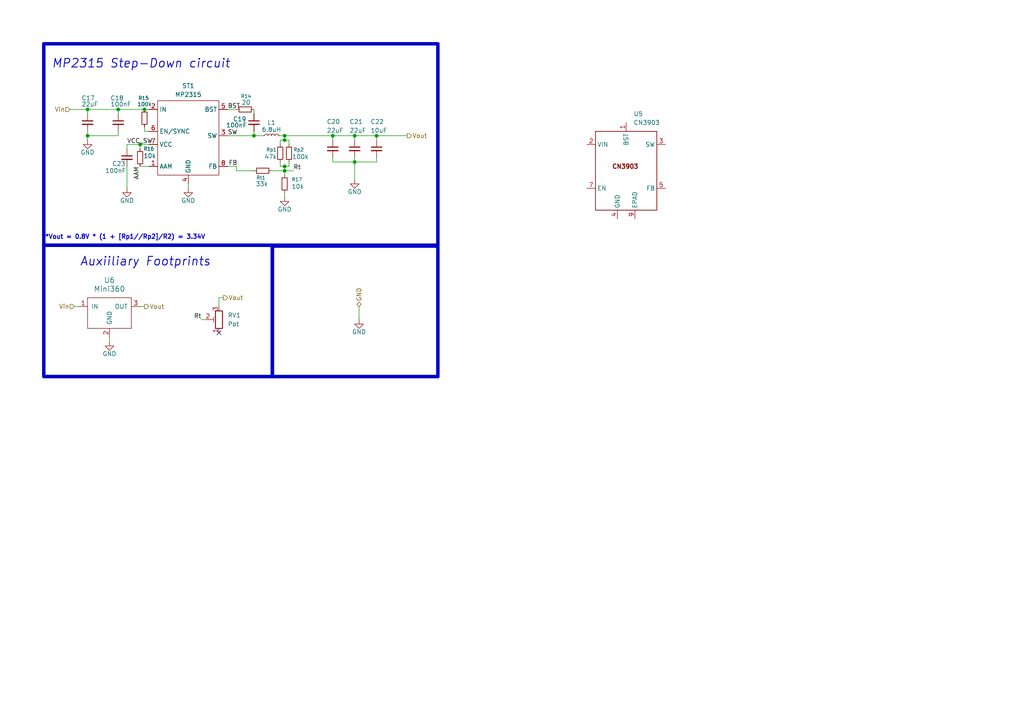
<source format=kicad_sch>
(kicad_sch (version 20250114) (generator "eeschema") (generator_version "9.0")
  (paper "A4")
  (lib_symbols
    (symbol "Device:C_Small" (pin_numbers (hide yes)) (pin_names (offset 0.254) (hide yes))
      (property "Reference" "C" (at 0.254 1.778 0))
      (property "Value" "C_Small" (at 0.254 -2.032 0))
      (symbol "C_Small_0_1"
        (polyline (pts (xy -1.524 0.508) (xy 1.524 0.508)) (stroke (width 0.3048)))
        (polyline (pts (xy -1.524 -0.508) (xy 1.524 -0.508)) (stroke (width 0.3302)))
      )
      (symbol "C_Small_1_1"
        (pin passive line (at 0 2.54 270) (length 2.032) (name "~") (number "1"))
        (pin passive line (at 0 -2.54 90) (length 2.032) (name "~") (number "2"))
      )
    )
    (symbol "Device:L_Small" (pin_numbers (hide yes)) (pin_names (offset 0.254) (hide yes))
      (property "Reference" "L" (at 0.762 1.016 0))
      (property "Value" "L_Small" (at 0.762 -1.016 0))
      (symbol "L_Small_0_1"
        (arc (start 0 2.032) (mid 0.5058 1.524) (end 0 1.016))
        (arc (start 0 1.016) (mid 0.5058 0.508) (end 0 0))
        (arc (start 0 0) (mid 0.5058 -0.508) (end 0 -1.016))
        (arc (start 0 -1.016) (mid 0.5058 -1.524) (end 0 -2.032))
      )
      (symbol "L_Small_1_1"
        (pin passive line (at 0 2.54 270) (length 0.508) (name "~") (number "1"))
        (pin passive line (at 0 -2.54 90) (length 0.508) (name "~") (number "2"))
      )
    )
    (symbol "Device:R_Potentiometer_Trim" (pin_names (offset 1.016) (hide yes))
      (property "Reference" "RV" (at -4.445 0 90))
      (property "Value" "R_Potentiometer_Trim" (at -2.54 0 90))
      (symbol "R_Potentiometer_Trim_0_1"
        (rectangle (start 1.016 2.54) (end -1.016 -2.54) (stroke (width 0.254)))
        (polyline (pts (xy 1.524 0.762) (xy 1.524 -0.762)))
        (polyline (pts (xy 2.54 0) (xy 1.524 0)))
      )
      (symbol "R_Potentiometer_Trim_1_1"
        (pin passive line (at 0 3.81 270) (length 1.27) (name "1") (number "1"))
        (pin passive line (at 0 -3.81 90) (length 1.27) (name "3") (number "3"))
        (pin passive line (at 3.81 0 180) (length 1.27) (name "2") (number "2"))
      )
    )
    (symbol "Device:R_Small" (pin_numbers (hide yes)) (pin_names (offset 0.254) (hide yes))
      (property "Reference" "R" (at 0 0 90))
      (property "Value" "R_Small" (at 1.778 0 90))
      (symbol "R_Small_0_1"
        (rectangle (start -0.762 1.778) (end 0.762 -1.778) (stroke (width 0.2032)))
      )
      (symbol "R_Small_1_1"
        (pin passive line (at 0 2.54 270) (length 0.762) (name "~") (number "1"))
        (pin passive line (at 0 -2.54 90) (length 0.762) (name "~") (number "2"))
      )
    )
    (symbol "MixLib:CN3903"
      (property "Reference" "U" (at 0 -1.524 0))
      (property "Value" "CN3903" (at 0 0 0))
      (symbol "CN3903_1_1"
        (rectangle (start -8.89 11.43) (end 8.89 -11.43) (stroke (width 0.2)))
        (text "CN3903\n" (at -0.254 1.27 0) (effects (font (size 1.27 1.27) (bold yes))))
        (pin power_in line (at -11.43 7.62 0) (length 2.54) (name "VIN") (number "2"))
        (pin no_connect line (at -11.43 1.27 0) (length 2.54) (hide yes) (name "NC") (number "6"))
        (pin output line (at -11.43 -5.08 0) (length 2.54) (name "EN") (number "7"))
        (pin power_in line (at -2.54 -13.97 90) (length 2.54) (name "GND") (number "4"))
        (pin input line (at 0 13.97 270) (length 2.54) (name "BST") (number "1"))
        (pin power_in line (at 2.54 -13.97 90) (length 2.54) (name "EPAD") (number "9"))
        (pin power_out line (at 11.43 7.62 180) (length 2.54) (name "SW") (number "3"))
        (pin no_connect line (at 11.43 1.27 180) (length 2.54) (hide yes) (name "NC") (number "8"))
        (pin output line (at 11.43 -5.08 180) (length 2.54) (name "FB") (number "5"))
      )
    )
    (symbol "MixLib:MP2315GJ"
      (property "Reference" "U" (at -3.556 7.62 0))
      (property "Value" "MP2315" (at -0.508 5.588 0))
      (symbol "MP2315GJ_0_1"
        (rectangle (start -8.89 10.16) (end 8.89 -11.43))
      )
      (symbol "MP2315GJ_1_1"
        (pin power_in line (at -11.43 7.62 0) (length 2.54) (name "IN") (number "2"))
        (pin bidirectional line (at -11.43 1.27 0) (length 2.54) (name "EN/SYNC") (number "6"))
        (pin output line (at -11.43 -2.54 0) (length 2.54) (name "VCC") (number "7"))
        (pin input line (at -11.43 -8.89 0) (length 2.54) (name "AAM") (number "1"))
        (pin power_in line (at 0 -13.97 90) (length 2.54) (name "GND") (number "4"))
        (pin input line (at 11.43 7.62 180) (length 2.54) (name "BST") (number "5"))
        (pin bidirectional line (at 11.43 0 180) (length 2.54) (name "SW") (number "3"))
        (pin bidirectional line (at 11.43 -8.89 180) (length 2.54) (name "FB") (number "8"))
      )
    )
    (symbol "MixLib:Mini360" (pin_names (offset 1.016))
      (property "Reference" "U" (at -8.89 -1.016 0))
      (property "Value" "Mini360" (at -4.572 8.128 0))
      (symbol "Mini360_1_1"
        (rectangle (start -10.16 6.35) (end 2.54 -2.54))
        (pin power_in line (at -12.7 3.81 0) (length 2.54) (name "IN") (number "1"))
        (pin power_out line (at -3.81 -5.08 90) (length 2.54) (name "GND") (number "2"))
        (pin power_out line (at 5.08 3.81 180) (length 2.54) (name "OUT") (number "3"))
      )
    )
    (symbol "power:GND" (power) (pin_numbers (hide yes)) (pin_names (offset 0) (hide yes))
      (property "Value" "GND" (at 0 -3.81 0))
      (symbol "GND_0_1"
        (polyline (pts (xy 0 0) (xy 0 -1.27) (xy 1.27 -1.27) (xy 0 -2.54) (xy -1.27 -1.27) (xy 0 -1.27)))
      )
      (symbol "GND_1_1"
        (pin power_in line (at 0 0 270) (length 0) (name "~") (number "1"))
      )
    )
  )
  (rectangle (start 12.7 12.7) (end 127 71.12) (stroke (width 1)))
  (rectangle (start 78.994 71.374) (end 127 109.22) (stroke (width 1)))
  (rectangle (start 12.7 71.12) (end 78.994 109.22) (stroke (width 1)))
  (text "*Vout = 0.8V * (1 + [Rp1//Rp2]/R2) = 3.34V" (at 36.322 68.834 0) (effects (font (size 1.27 1.27) (thickness 0.254) (bold yes))))
  (text "Auxiiliary Footprints\n\n" (at 42.164 77.978 0) (effects (font (size 2.5 2.5) (thickness 0.254) (bold yes) (italic yes))))
  (text "MP2315 Step-Down circuit\n" (at 40.894 18.542 0) (effects (font (size 2.5 2.5) (thickness 0.254) (bold yes) (italic yes))))
  (junction (at 82.55 39.37))
  (junction (at 25.4 39.37))
  (junction (at 34.29 31.75))
  (junction (at 102.87 46.99))
  (junction (at 82.55 48.26))
  (junction (at 41.91 31.75))
  (junction (at 73.66 39.37))
  (junction (at 25.4 31.75))
  (junction (at 96.52 39.37))
  (junction (at 109.22 39.37))
  (junction (at 82.55 49.53))
  (junction (at 40.64 41.91))
  (junction (at 102.87 39.37))
  (junction (at 82.55 40.64))
  (no_connect (at 63.5 96.52))
  (wire (pts (xy 21.59 88.9) (xy 22.86 88.9)))
  (wire (pts (xy 64.77 86.36) (xy 63.5 86.36)))
  (wire (pts (xy 82.55 40.64) (xy 82.55 39.37)))
  (wire (pts (xy 68.58 49.53) (xy 68.58 48.26)))
  (wire (pts (xy 109.22 39.37) (xy 118.11 39.37)))
  (wire (pts (xy 102.87 46.99) (xy 102.87 52.07)))
  (wire (pts (xy 109.22 46.99) (xy 109.22 45.72)))
  (wire (pts (xy 34.29 38.1) (xy 34.29 39.37)))
  (wire (pts (xy 82.55 40.64) (xy 83.82 40.64)))
  (wire (pts (xy 96.52 39.37) (xy 96.52 40.64)))
  (wire (pts (xy 36.83 43.18) (xy 36.83 41.91)))
  (wire (pts (xy 41.91 31.75) (xy 43.18 31.75)))
  (wire (pts (xy 102.87 45.72) (xy 102.87 46.99)))
  (wire (pts (xy 96.52 46.99) (xy 102.87 46.99)))
  (wire (pts (xy 81.28 46.99) (xy 81.28 48.26)))
  (wire (pts (xy 25.4 39.37) (xy 34.29 39.37)))
  (wire (pts (xy 41.91 38.1) (xy 43.18 38.1)))
  (wire (pts (xy 73.66 39.37) (xy 76.2 39.37)))
  (wire (pts (xy 82.55 39.37) (xy 96.52 39.37)))
  (wire (pts (xy 104.14 88.9) (xy 104.14 92.71)))
  (wire (pts (xy 81.28 48.26) (xy 82.55 48.26)))
  (wire (pts (xy 25.4 33.02) (xy 25.4 31.75)))
  (wire (pts (xy 82.55 48.26) (xy 82.55 49.53)))
  (wire (pts (xy 82.55 55.88) (xy 82.55 57.15)))
  (wire (pts (xy 36.83 41.91) (xy 40.64 41.91)))
  (wire (pts (xy 102.87 39.37) (xy 109.22 39.37)))
  (wire (pts (xy 81.28 40.64) (xy 81.28 41.91)))
  (wire (pts (xy 96.52 46.99) (xy 96.52 45.72)))
  (wire (pts (xy 96.52 39.37) (xy 102.87 39.37)))
  (wire (pts (xy 25.4 31.75) (xy 34.29 31.75)))
  (wire (pts (xy 83.82 40.64) (xy 83.82 41.91)))
  (wire (pts (xy 73.66 38.1) (xy 73.66 39.37)))
  (wire (pts (xy 25.4 40.64) (xy 25.4 39.37)))
  (wire (pts (xy 82.55 48.26) (xy 83.82 48.26)))
  (wire (pts (xy 41.91 36.83) (xy 41.91 38.1)))
  (wire (pts (xy 68.58 49.53) (xy 73.66 49.53)))
  (wire (pts (xy 40.64 88.9) (xy 41.91 88.9)))
  (wire (pts (xy 63.5 86.36) (xy 63.5 88.9)))
  (wire (pts (xy 34.29 31.75) (xy 41.91 31.75)))
  (wire (pts (xy 40.64 41.91) (xy 40.64 43.18)))
  (wire (pts (xy 40.64 48.26) (xy 43.18 48.26)))
  (wire (pts (xy 109.22 39.37) (xy 109.22 40.64)))
  (wire (pts (xy 81.28 39.37) (xy 82.55 39.37)))
  (wire (pts (xy 102.87 46.99) (xy 109.22 46.99)))
  (wire (pts (xy 36.83 48.26) (xy 36.83 54.61)))
  (wire (pts (xy 25.4 38.1) (xy 25.4 39.37)))
  (wire (pts (xy 83.82 48.26) (xy 83.82 46.99)))
  (wire (pts (xy 81.28 40.64) (xy 82.55 40.64)))
  (wire (pts (xy 82.55 49.53) (xy 85.09 49.53)))
  (wire (pts (xy 102.87 39.37) (xy 102.87 40.64)))
  (wire (pts (xy 68.58 48.26) (xy 66.04 48.26)))
  (wire (pts (xy 20.32 31.75) (xy 25.4 31.75)))
  (wire (pts (xy 82.55 49.53) (xy 82.55 50.8)))
  (wire (pts (xy 40.64 41.91) (xy 43.18 41.91)))
  (wire (pts (xy 66.04 31.75) (xy 68.58 31.75)))
  (wire (pts (xy 54.61 53.34) (xy 54.61 54.61)))
  (wire (pts (xy 58.42 92.71) (xy 59.69 92.71)))
  (wire (pts (xy 78.74 49.53) (xy 82.55 49.53)))
  (wire (pts (xy 34.29 31.75) (xy 34.29 33.02)))
  (wire (pts (xy 73.66 31.75) (xy 73.66 33.02)))
  (wire (pts (xy 66.04 39.37) (xy 73.66 39.37)))
  (wire (pts (xy 31.75 97.79) (xy 31.75 99.06)))
  (label "BST" (at 66.04 31.75 0))
  (label "AAM" (at 40.64 48.26 270))
  (label "SW" (at 66.04 39.37 0))
  (label "Rt" (at 85.09 49.53 0))
  (label "Rt" (at 58.42 92.71 180))
  (label "FB" (at 66.294 48.26 0))
  (label "VCC_SW" (at 36.83 41.91 0))
  (hierarchical_label "Vout" (shape output) (at 64.77 86.36 0))
  (hierarchical_label "Vout" (shape output) (at 41.91 88.9 0))
  (hierarchical_label "GND" (shape bidirectional) (at 104.14 88.9 90))
  (hierarchical_label "Vout" (shape output) (at 118.11 39.37 0))
  (hierarchical_label "Vin" (shape input) (at 20.32 31.75 180))
  (hierarchical_label "Vin" (shape input) (at 21.59 88.9 180))
  (symbol (lib_id "power:GND") (at 82.55 57.15 0) (unit 1)
    (property "Reference" "#PWR060" (effects (hide yes)))
    (property "Value" "GND" (at 82.55 60.706 0))
    (property "Description" "Power symbol creates a global label with name \"GND\" , ground" (effects (hide yes)))
  )
  (symbol (lib_id "Device:R_Small") (at 81.28 44.45 0) (mirror x) (unit 1)
    (property "Reference" "Rp1" (at 78.74 43.434 0) (effects (font (size 1.016 1.016))))
    (property "Value" "47k" (at 78.486 45.466 0))
    (property "Footprint" "Resistor_SMD:R_0805_2012Metric" (effects (hide yes)))
    (property "Description" "Resistor, small symbol" (effects (hide yes)))
  )
  (symbol (lib_id "Device:R_Small") (at 41.91 34.29 180) (unit 1)
    (property "Reference" "R15" (at 41.656 28.448 0) (effects (font (size 1.016 1.016))))
    (property "Value" "100k" (at 41.91 30.226 0) (effects (font (size 1.1 1.1))))
    (property "Footprint" "Resistor_SMD:R_0603_1608Metric" (effects (hide yes)))
    (property "Description" "Resistor, small symbol" (effects (hide yes)))
  )
  (symbol (lib_id "Device:R_Small") (at 71.12 31.75 270) (unit 1)
    (property "Reference" "R14" (at 71.374 27.94 90) (effects (font (size 1.016 1.016))))
    (property "Value" "20" (at 71.374 29.718 90))
    (property "Footprint" "Resistor_SMD:R_0805_2012Metric" (effects (hide yes)))
    (property "Description" "Resistor, small symbol" (effects (hide yes)))
  )
  (symbol (lib_id "Device:C_Small") (at 96.52 43.18 0) (unit 1)
    (property "Reference" "C20" (at 94.742 35.306 0) (effects (justify left)))
    (property "Value" "22uF" (at 94.742 37.846 0) (effects (justify left)))
    (property "Footprint" "Capacitor_SMD:C_0805_2012Metric" (effects (hide yes)))
    (property "Description" "Unpolarized capacitor, small symbol" (effects (hide yes)))
  )
  (symbol (lib_id "MixLib:CN3903") (at 181.61 49.53 0) (unit 1)
    (property "Reference" "U5" (at 183.7533 33.02 0) (effects (justify left)))
    (property "Value" "CN3903" (at 183.7533 35.56 0) (effects (justify left)))
    (property "Footprint" "Package_SO:SOIC-8-1EP_3.9x4.9mm_P1.27mm_EP2.41x3.3mm" (effects (hide yes)))
    (property "Datasheet" "https://datasheet4u.com/pdf-down/C/N/3/CN3903-Chipnet.pdf" (effects (hide yes)))
    (property "Description" "36V 3.5A 500KHz Synchronous Step-Down Converter" (effects (hide yes)))
  )
  (symbol (lib_id "Device:R_Small") (at 76.2 49.53 90) (unit 1)
    (property "Reference" "Rt1" (at 75.692 51.562 90) (effects (font (size 1.016 1.016))))
    (property "Value" "33k" (at 75.946 53.34 90))
    (property "Footprint" "Resistor_SMD:R_0603_1608Metric" (effects (hide yes)))
    (property "Description" "Resistor, small symbol" (effects (hide yes)))
  )
  (symbol (lib_id "power:GND") (at 25.4 40.64 0) (unit 1)
    (property "Reference" "#PWR056" (effects (hide yes)))
    (property "Value" "GND" (at 25.4 44.196 0))
    (property "Description" "Power symbol creates a global label with name \"GND\" , ground" (effects (hide yes)))
  )
  (symbol (lib_id "Device:C_Small") (at 36.83 45.72 0) (unit 1)
    (property "Reference" "C23" (at 32.512 47.498 0) (effects (justify left)))
    (property "Value" "100nF" (at 30.48 49.53 0) (effects (justify left)))
    (property "Footprint" "Capacitor_SMD:C_0603_1608Metric" (effects (hide yes)))
    (property "Description" "Unpolarized capacitor, small symbol" (effects (hide yes)))
  )
  (symbol (lib_id "Device:C_Small") (at 34.29 35.56 0) (unit 1)
    (property "Reference" "C18" (at 32.004 28.448 0) (effects (justify left)))
    (property "Value" "100nF" (at 32.004 30.226 0) (effects (justify left)))
    (property "Footprint" "Capacitor_SMD:C_0603_1608Metric" (effects (hide yes)))
    (property "Description" "Unpolarized capacitor, small symbol" (effects (hide yes)))
  )
  (symbol (lib_id "power:GND") (at 36.83 54.61 0) (unit 1)
    (property "Reference" "#PWR057" (effects (hide yes)))
    (property "Value" "GND" (at 36.83 58.166 0))
    (property "Description" "Power symbol creates a global label with name \"GND\" , ground" (effects (hide yes)))
  )
  (symbol (lib_id "Device:C_Small") (at 109.22 43.18 0) (unit 1)
    (property "Reference" "C22" (at 107.442 35.306 0) (effects (justify left)))
    (property "Value" "10uF" (at 107.442 37.846 0) (effects (justify left)))
    (property "Footprint" "Capacitor_SMD:C_0805_2012Metric" (effects (hide yes)))
    (property "Description" "Unpolarized capacitor, small symbol" (effects (hide yes)))
  )
  (symbol (lib_id "power:GND") (at 102.87 52.07 0) (unit 1)
    (property "Reference" "#PWR059" (effects (hide yes)))
    (property "Value" "GND" (at 102.87 55.626 0))
    (property "Description" "Power symbol creates a global label with name \"GND\" , ground" (effects (hide yes)))
  )
  (symbol (lib_id "Device:C_Small") (at 73.66 35.56 0) (unit 1)
    (property "Reference" "C19" (at 67.564 34.544 0) (effects (justify left)))
    (property "Value" "100nF" (at 65.532 36.322 0) (effects (justify left)))
    (property "Footprint" "Capacitor_SMD:C_0603_1608Metric" (effects (hide yes)))
    (property "Description" "Unpolarized capacitor, small symbol" (effects (hide yes)))
  )
  (symbol (lib_id "Device:R_Small") (at 82.55 53.34 180) (unit 1)
    (property "Reference" "R17" (at 86.106 52.07 0) (effects (font (size 1.016 1.016))))
    (property "Value" "10k" (at 86.36 54.102 0))
    (property "Footprint" "Resistor_SMD:R_0805_2012Metric" (effects (hide yes)))
    (property "Description" "Resistor, small symbol" (effects (hide yes)))
  )
  (symbol (lib_id "Device:L_Small") (at 78.74 39.37 90) (unit 1)
    (property "Reference" "L1" (at 78.74 35.56 90))
    (property "Value" "6.8uH" (at 78.74 37.592 90))
    (property "Footprint" "Inductor_SMD:L_TDK_SLF6025" (effects (hide yes)))
    (property "Description" "Inductor, small symbol" (effects (hide yes)))
  )
  (symbol (lib_id "Device:R_Small") (at 83.82 44.45 180) (unit 1)
    (property "Reference" "Rp2" (at 86.614 43.434 0) (effects (font (size 1.016 1.016))))
    (property "Value" "100k" (at 87.122 45.466 0))
    (property "Footprint" "Resistor_SMD:R_0805_2012Metric" (effects (hide yes)))
    (property "Description" "Resistor, small symbol" (effects (hide yes)))
  )
  (symbol (lib_id "power:GND") (at 104.14 92.71 0) (unit 1)
    (property "Reference" "#PWR061" (effects (hide yes)))
    (property "Value" "GND" (at 104.14 96.266 0))
    (property "Description" "Power symbol creates a global label with name \"GND\" , ground" (effects (hide yes)))
  )
  (symbol (lib_id "power:GND") (at 54.61 54.61 0) (unit 1)
    (property "Reference" "#PWR058" (effects (hide yes)))
    (property "Value" "GND" (at 54.61 58.166 0))
    (property "Description" "Power symbol creates a global label with name \"GND\" , ground" (effects (hide yes)))
  )
  (symbol (lib_id "MixLib:MP2315GJ") (at 54.61 39.37 0) (unit 1)
    (property "Reference" "ST1" (at 54.61 24.892 0))
    (property "Value" "MP2315" (at 54.61 27.432 0))
    (property "Footprint" "Package_TO_SOT_SMD:TSOT-23-8" (effects (hide yes)))
  )
  (symbol (lib_id "Device:C_Small") (at 25.4 35.56 0) (unit 1)
    (property "Reference" "C17" (at 23.622 28.448 0) (effects (justify left)))
    (property "Value" "22uF" (at 23.622 30.226 0) (effects (justify left)))
    (property "Footprint" "Capacitor_SMD:C_0805_2012Metric" (effects (hide yes)))
    (property "Description" "Unpolarized capacitor, small symbol" (effects (hide yes)))
  )
  (symbol (lib_id "MixLib:Mini360") (at 35.56 92.71 0) (unit 1)
    (property "Reference" "U6" (at 31.75 81.28 0) (effects (font (size 1.524 1.524))))
    (property "Value" "Mini360" (at 31.75 83.82 0) (effects (font (size 1.524 1.524))))
    (property "Footprint" "MixLib:Mini360_step-down" (effects (hide yes)))
  )
  (symbol (lib_id "power:GND") (at 31.75 99.06 0) (unit 1)
    (property "Reference" "#PWR062" (effects (hide yes)))
    (property "Value" "GND" (at 31.75 102.616 0))
    (property "Description" "Power symbol creates a global label with name \"GND\" , ground" (effects (hide yes)))
  )
  (symbol (lib_id "Device:C_Small") (at 102.87 43.18 0) (unit 1)
    (property "Reference" "C21" (at 101.346 35.306 0) (effects (justify left)))
    (property "Value" "22uF" (at 101.346 37.846 0) (effects (justify left)))
    (property "Footprint" "Capacitor_SMD:C_0805_2012Metric" (effects (hide yes)))
    (property "Description" "Unpolarized capacitor, small symbol" (effects (hide yes)))
  )
  (symbol (lib_id "Device:R_Small") (at 40.64 45.72 180) (unit 1)
    (property "Reference" "R16" (at 43.18 43.18 0) (effects (font (size 1.016 1.016))))
    (property "Value" "10k" (at 43.434 45.212 0))
    (property "Footprint" "Resistor_SMD:R_0603_1608Metric" (effects (hide yes)))
    (property "Description" "Resistor, small symbol" (effects (hide yes)))
  )
  (symbol (lib_id "Device:R_Potentiometer_Trim") (at 63.5 92.71 180) (unit 1)
    (property "Reference" "RV1" (at 66.04 91.4399 0) (effects (justify right)))
    (property "Value" "Pot" (at 66.04 93.9799 0) (effects (justify right)))
    (property "Footprint" "Potentiometer_SMD:Potentiometer_Vishay_TS53YJ_Vertical" (effects (hide yes)))
    (property "Description" "Trim-potentiometer" (effects (hide yes)))
  )
)
</source>
